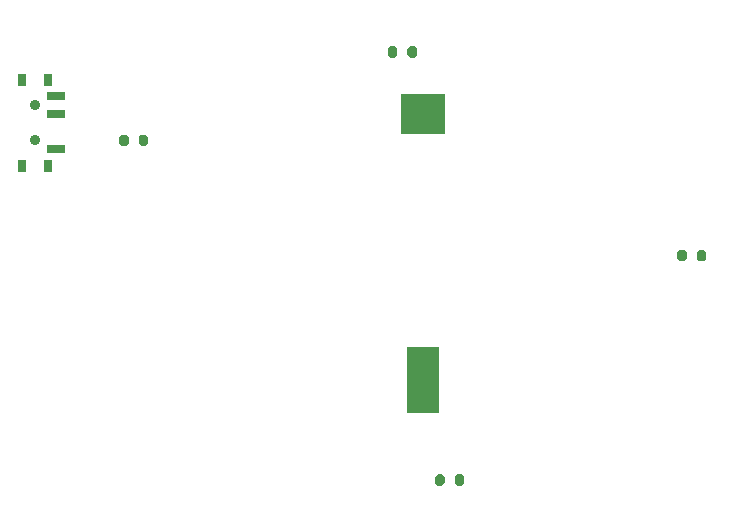
<source format=gbr>
%TF.GenerationSoftware,KiCad,Pcbnew,(5.1.10)-1*%
%TF.CreationDate,2021-10-20T09:15:12+02:00*%
%TF.ProjectId,TVZ_kuglica,54565a5f-6b75-4676-9c69-63612e6b6963,rev?*%
%TF.SameCoordinates,Original*%
%TF.FileFunction,Soldermask,Bot*%
%TF.FilePolarity,Negative*%
%FSLAX46Y46*%
G04 Gerber Fmt 4.6, Leading zero omitted, Abs format (unit mm)*
G04 Created by KiCad (PCBNEW (5.1.10)-1) date 2021-10-20 09:15:12*
%MOMM*%
%LPD*%
G01*
G04 APERTURE LIST*
%ADD10C,0.900000*%
%ADD11R,1.500000X0.700000*%
%ADD12R,0.800000X1.000000*%
%ADD13R,3.800000X3.500000*%
%ADD14R,2.800000X5.700000*%
G04 APERTURE END LIST*
D10*
%TO.C,SW1*%
X104170000Y-101250000D03*
X104170000Y-98250000D03*
D11*
X105930000Y-102000000D03*
X105930000Y-99000000D03*
X105930000Y-97500000D03*
D12*
X103070000Y-103400000D03*
X103070000Y-96100000D03*
X105280000Y-96100000D03*
X105280000Y-103400000D03*
%TD*%
D13*
%TO.C,BT1*%
X137000000Y-99000000D03*
D14*
X137000000Y-121500000D03*
%TD*%
%TO.C,R1*%
G36*
G01*
X111275000Y-101525000D02*
X111275000Y-100975000D01*
G75*
G02*
X111475000Y-100775000I200000J0D01*
G01*
X111875000Y-100775000D01*
G75*
G02*
X112075000Y-100975000I0J-200000D01*
G01*
X112075000Y-101525000D01*
G75*
G02*
X111875000Y-101725000I-200000J0D01*
G01*
X111475000Y-101725000D01*
G75*
G02*
X111275000Y-101525000I0J200000D01*
G01*
G37*
G36*
G01*
X112925000Y-101525000D02*
X112925000Y-100975000D01*
G75*
G02*
X113125000Y-100775000I200000J0D01*
G01*
X113525000Y-100775000D01*
G75*
G02*
X113725000Y-100975000I0J-200000D01*
G01*
X113725000Y-101525000D01*
G75*
G02*
X113525000Y-101725000I-200000J0D01*
G01*
X113125000Y-101725000D01*
G75*
G02*
X112925000Y-101525000I0J200000D01*
G01*
G37*
%TD*%
%TO.C,R2*%
G36*
G01*
X160175000Y-111275000D02*
X160175000Y-110725000D01*
G75*
G02*
X160375000Y-110525000I200000J0D01*
G01*
X160775000Y-110525000D01*
G75*
G02*
X160975000Y-110725000I0J-200000D01*
G01*
X160975000Y-111275000D01*
G75*
G02*
X160775000Y-111475000I-200000J0D01*
G01*
X160375000Y-111475000D01*
G75*
G02*
X160175000Y-111275000I0J200000D01*
G01*
G37*
G36*
G01*
X158525000Y-111275000D02*
X158525000Y-110725000D01*
G75*
G02*
X158725000Y-110525000I200000J0D01*
G01*
X159125000Y-110525000D01*
G75*
G02*
X159325000Y-110725000I0J-200000D01*
G01*
X159325000Y-111275000D01*
G75*
G02*
X159125000Y-111475000I-200000J0D01*
G01*
X158725000Y-111475000D01*
G75*
G02*
X158525000Y-111275000I0J200000D01*
G01*
G37*
%TD*%
%TO.C,R3*%
G36*
G01*
X134025000Y-94025000D02*
X134025000Y-93475000D01*
G75*
G02*
X134225000Y-93275000I200000J0D01*
G01*
X134625000Y-93275000D01*
G75*
G02*
X134825000Y-93475000I0J-200000D01*
G01*
X134825000Y-94025000D01*
G75*
G02*
X134625000Y-94225000I-200000J0D01*
G01*
X134225000Y-94225000D01*
G75*
G02*
X134025000Y-94025000I0J200000D01*
G01*
G37*
G36*
G01*
X135675000Y-94025000D02*
X135675000Y-93475000D01*
G75*
G02*
X135875000Y-93275000I200000J0D01*
G01*
X136275000Y-93275000D01*
G75*
G02*
X136475000Y-93475000I0J-200000D01*
G01*
X136475000Y-94025000D01*
G75*
G02*
X136275000Y-94225000I-200000J0D01*
G01*
X135875000Y-94225000D01*
G75*
G02*
X135675000Y-94025000I0J200000D01*
G01*
G37*
%TD*%
%TO.C,R4*%
G36*
G01*
X138025000Y-130275000D02*
X138025000Y-129725000D01*
G75*
G02*
X138225000Y-129525000I200000J0D01*
G01*
X138625000Y-129525000D01*
G75*
G02*
X138825000Y-129725000I0J-200000D01*
G01*
X138825000Y-130275000D01*
G75*
G02*
X138625000Y-130475000I-200000J0D01*
G01*
X138225000Y-130475000D01*
G75*
G02*
X138025000Y-130275000I0J200000D01*
G01*
G37*
G36*
G01*
X139675000Y-130275000D02*
X139675000Y-129725000D01*
G75*
G02*
X139875000Y-129525000I200000J0D01*
G01*
X140275000Y-129525000D01*
G75*
G02*
X140475000Y-129725000I0J-200000D01*
G01*
X140475000Y-130275000D01*
G75*
G02*
X140275000Y-130475000I-200000J0D01*
G01*
X139875000Y-130475000D01*
G75*
G02*
X139675000Y-130275000I0J200000D01*
G01*
G37*
%TD*%
M02*

</source>
